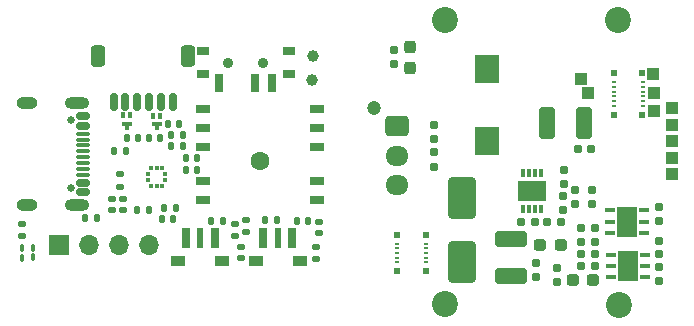
<source format=gbr>
%TF.GenerationSoftware,KiCad,Pcbnew,8.0.5*%
%TF.CreationDate,2025-02-13T02:53:00+01:00*%
%TF.ProjectId,cansatperso,63616e73-6174-4706-9572-736f2e6b6963,rev?*%
%TF.SameCoordinates,Original*%
%TF.FileFunction,Soldermask,Bot*%
%TF.FilePolarity,Negative*%
%FSLAX46Y46*%
G04 Gerber Fmt 4.6, Leading zero omitted, Abs format (unit mm)*
G04 Created by KiCad (PCBNEW 8.0.5) date 2025-02-13 02:53:00*
%MOMM*%
%LPD*%
G01*
G04 APERTURE LIST*
G04 Aperture macros list*
%AMRoundRect*
0 Rectangle with rounded corners*
0 $1 Rounding radius*
0 $2 $3 $4 $5 $6 $7 $8 $9 X,Y pos of 4 corners*
0 Add a 4 corners polygon primitive as box body*
4,1,4,$2,$3,$4,$5,$6,$7,$8,$9,$2,$3,0*
0 Add four circle primitives for the rounded corners*
1,1,$1+$1,$2,$3*
1,1,$1+$1,$4,$5*
1,1,$1+$1,$6,$7*
1,1,$1+$1,$8,$9*
0 Add four rect primitives between the rounded corners*
20,1,$1+$1,$2,$3,$4,$5,0*
20,1,$1+$1,$4,$5,$6,$7,0*
20,1,$1+$1,$6,$7,$8,$9,0*
20,1,$1+$1,$8,$9,$2,$3,0*%
G04 Aperture macros list end*
%ADD10C,1.000000*%
%ADD11R,1.000000X1.000000*%
%ADD12C,2.200000*%
%ADD13C,1.200000*%
%ADD14RoundRect,0.250000X-0.725000X0.600000X-0.725000X-0.600000X0.725000X-0.600000X0.725000X0.600000X0*%
%ADD15O,1.950000X1.700000*%
%ADD16R,1.700000X1.700000*%
%ADD17O,1.700000X1.700000*%
%ADD18RoundRect,0.155000X0.155000X-0.212500X0.155000X0.212500X-0.155000X0.212500X-0.155000X-0.212500X0*%
%ADD19RoundRect,0.135000X0.135000X0.185000X-0.135000X0.185000X-0.135000X-0.185000X0.135000X-0.185000X0*%
%ADD20RoundRect,0.155000X0.212500X0.155000X-0.212500X0.155000X-0.212500X-0.155000X0.212500X-0.155000X0*%
%ADD21RoundRect,0.160000X-0.160000X0.197500X-0.160000X-0.197500X0.160000X-0.197500X0.160000X0.197500X0*%
%ADD22RoundRect,0.155000X-0.155000X0.212500X-0.155000X-0.212500X0.155000X-0.212500X0.155000X0.212500X0*%
%ADD23RoundRect,0.140000X-0.140000X-0.170000X0.140000X-0.170000X0.140000X0.170000X-0.140000X0.170000X0*%
%ADD24RoundRect,0.140000X0.140000X0.170000X-0.140000X0.170000X-0.140000X-0.170000X0.140000X-0.170000X0*%
%ADD25RoundRect,0.160000X-0.197500X-0.160000X0.197500X-0.160000X0.197500X0.160000X-0.197500X0.160000X0*%
%ADD26R,0.750000X1.800000*%
%ADD27R,0.600000X1.800000*%
%ADD28R,1.300000X0.900000*%
%ADD29R,2.050000X2.450000*%
%ADD30RoundRect,0.135000X-0.185000X0.135000X-0.185000X-0.135000X0.185000X-0.135000X0.185000X0.135000X0*%
%ADD31C,1.600000*%
%ADD32R,1.200000X0.800000*%
%ADD33RoundRect,0.250000X-0.412500X-1.100000X0.412500X-1.100000X0.412500X1.100000X-0.412500X1.100000X0*%
%ADD34RoundRect,0.155000X-0.212500X-0.155000X0.212500X-0.155000X0.212500X0.155000X-0.212500X0.155000X0*%
%ADD35RoundRect,0.160000X0.160000X-0.197500X0.160000X0.197500X-0.160000X0.197500X-0.160000X-0.197500X0*%
%ADD36RoundRect,0.140000X-0.170000X0.140000X-0.170000X-0.140000X0.170000X-0.140000X0.170000X0.140000X0*%
%ADD37RoundRect,0.150000X-0.150000X-0.625000X0.150000X-0.625000X0.150000X0.625000X-0.150000X0.625000X0*%
%ADD38RoundRect,0.250000X-0.350000X-0.650000X0.350000X-0.650000X0.350000X0.650000X-0.350000X0.650000X0*%
%ADD39R,0.450000X0.240000*%
%ADD40R,0.470000X0.500000*%
%ADD41R,0.350000X0.500000*%
%ADD42R,0.900000X0.440000*%
%ADD43R,0.300000X0.340000*%
%ADD44R,0.850000X0.300000*%
%ADD45R,1.700000X2.500000*%
%ADD46RoundRect,0.237500X0.237500X-0.287500X0.237500X0.287500X-0.237500X0.287500X-0.237500X-0.287500X0*%
%ADD47RoundRect,0.250000X-1.100000X0.412500X-1.100000X-0.412500X1.100000X-0.412500X1.100000X0.412500X0*%
%ADD48RoundRect,0.135000X-0.135000X-0.185000X0.135000X-0.185000X0.135000X0.185000X-0.135000X0.185000X0*%
%ADD49C,0.650000*%
%ADD50RoundRect,0.150000X0.425000X-0.150000X0.425000X0.150000X-0.425000X0.150000X-0.425000X-0.150000X0*%
%ADD51RoundRect,0.075000X0.500000X-0.075000X0.500000X0.075000X-0.500000X0.075000X-0.500000X-0.075000X0*%
%ADD52O,1.800000X1.000000*%
%ADD53O,2.100000X1.000000*%
%ADD54RoundRect,0.140000X0.170000X-0.140000X0.170000X0.140000X-0.170000X0.140000X-0.170000X-0.140000X0*%
%ADD55RoundRect,0.100000X0.100000X-0.217500X0.100000X0.217500X-0.100000X0.217500X-0.100000X-0.217500X0*%
%ADD56R,0.325000X0.300000*%
%ADD57R,0.300000X0.325000*%
%ADD58RoundRect,0.237500X-0.287500X-0.237500X0.287500X-0.237500X0.287500X0.237500X-0.287500X0.237500X0*%
%ADD59RoundRect,0.250000X-0.900000X1.500000X-0.900000X-1.500000X0.900000X-1.500000X0.900000X1.500000X0*%
%ADD60C,0.900000*%
%ADD61R,0.700000X1.600000*%
%ADD62R,0.700000X1.500000*%
%ADD63R,1.000000X0.800000*%
%ADD64R,0.300000X0.800000*%
%ADD65R,2.480000X1.750000*%
%ADD66RoundRect,0.135000X0.185000X-0.135000X0.185000X0.135000X-0.185000X0.135000X-0.185000X-0.135000X0*%
G04 APERTURE END LIST*
D10*
%TO.C,TP1*%
X165290000Y-74530000D03*
%TD*%
D11*
%TO.C,*%
X194180000Y-79140000D03*
%TD*%
%TO.C,*%
X194150000Y-77610000D03*
%TD*%
D12*
%TO.C,H1*%
X176440000Y-95500000D03*
%TD*%
D13*
%TO.C,J1*%
X170420000Y-78850000D03*
D14*
X172420000Y-80450000D03*
D15*
X172420000Y-82950000D03*
X172420000Y-85450000D03*
%TD*%
D10*
%TO.C,TP2*%
X165250000Y-76550000D03*
%TD*%
D11*
%TO.C,*%
X188590000Y-77650000D03*
%TD*%
%TO.C,*%
X187960000Y-76430000D03*
%TD*%
D12*
%TO.C,H2*%
X191170000Y-95590000D03*
%TD*%
%TO.C,H4*%
X191140000Y-71470000D03*
%TD*%
%TO.C,H3*%
X176450000Y-71450000D03*
%TD*%
D16*
%TO.C,J3*%
X143770000Y-90515000D03*
D17*
X146310000Y-90515000D03*
X148850000Y-90515000D03*
X151390000Y-90515000D03*
%TD*%
D18*
%TO.C,C19*%
X194630000Y-88437500D03*
X194630000Y-87302500D03*
%TD*%
D19*
%TO.C,R10*%
X162250000Y-88390000D03*
X161230000Y-88390000D03*
%TD*%
D20*
%TO.C,C21*%
X189145000Y-92250000D03*
X188010000Y-92250000D03*
%TD*%
D21*
%TO.C,R16*%
X186500000Y-86352500D03*
X186500000Y-87547500D03*
%TD*%
D22*
%TO.C,C27*%
X187480000Y-85842500D03*
X187480000Y-86977500D03*
%TD*%
D11*
%TO.C,*%
X194120000Y-75980000D03*
%TD*%
D23*
%TO.C,C12*%
X151410000Y-81440000D03*
X152370000Y-81440000D03*
%TD*%
D24*
%TO.C,C10*%
X164870000Y-88460000D03*
X163910000Y-88460000D03*
%TD*%
D25*
%TO.C,R15*%
X185132500Y-88570000D03*
X186327500Y-88570000D03*
%TD*%
D26*
%TO.C,S1*%
X163530000Y-89910000D03*
D27*
X162305000Y-89910000D03*
D26*
X161080000Y-89910000D03*
D28*
X164155000Y-91860000D03*
X160455000Y-91860000D03*
%TD*%
D29*
%TO.C,L2*%
X180060000Y-81670000D03*
X180060000Y-75570000D03*
%TD*%
D30*
%TO.C,R7*%
X165580000Y-90680000D03*
X165580000Y-91700000D03*
%TD*%
%TO.C,R1*%
X140630000Y-88730000D03*
X140630000Y-89750000D03*
%TD*%
D31*
%TO.C,PA1010D1*%
X160810000Y-83350000D03*
D32*
X155960000Y-86700000D03*
X155960000Y-85100000D03*
X155960000Y-82200000D03*
X155960000Y-80600000D03*
X155960000Y-79000000D03*
X165660000Y-79000000D03*
X165660000Y-80600000D03*
X165660000Y-82200000D03*
X165660000Y-85100000D03*
X165660000Y-86700000D03*
%TD*%
D33*
%TO.C,C29*%
X185117500Y-80200000D03*
X188242500Y-80200000D03*
%TD*%
D34*
%TO.C,C28*%
X187722500Y-82380000D03*
X188857500Y-82380000D03*
%TD*%
D35*
%TO.C,R11*%
X184200000Y-93207500D03*
X184200000Y-92012500D03*
%TD*%
D36*
%TO.C,C7*%
X159220000Y-90660000D03*
X159220000Y-91620000D03*
%TD*%
D37*
%TO.C,J1*%
X148410000Y-78360000D03*
X149410000Y-78360000D03*
X150410000Y-78360000D03*
X151410000Y-78360000D03*
X152410000Y-78360000D03*
X153410000Y-78360000D03*
D38*
X147110000Y-74485000D03*
X154710000Y-74485000D03*
%TD*%
D39*
%TO.C,J5*%
X193200000Y-76700000D03*
X190750000Y-76700000D03*
X193200000Y-77100000D03*
X190750000Y-77100000D03*
X193200000Y-77500000D03*
X190750000Y-77500000D03*
X193200000Y-77900000D03*
X190750000Y-77900000D03*
X193200000Y-78300000D03*
X190750000Y-78300000D03*
X193200000Y-78700000D03*
X190750000Y-78700000D03*
D40*
X193170000Y-75950000D03*
X190780000Y-75950000D03*
X190780000Y-79450000D03*
X193170000Y-79450000D03*
%TD*%
D11*
%TO.C,*%
X195700000Y-83100000D03*
%TD*%
D24*
%TO.C,C2*%
X153480000Y-88330000D03*
X152520000Y-88330000D03*
%TD*%
D34*
%TO.C,C25*%
X182932500Y-88530000D03*
X184067500Y-88530000D03*
%TD*%
D41*
%TO.C,D4*%
X151725000Y-79530000D03*
X152375000Y-79530000D03*
D42*
X152050000Y-80220000D03*
D43*
X152050000Y-80610000D03*
%TD*%
D44*
%TO.C,IC5*%
X193400000Y-91320000D03*
X193400000Y-92270000D03*
X193400000Y-93220000D03*
X190500000Y-93220000D03*
X190500000Y-92270000D03*
X190500000Y-91320000D03*
D45*
X191950000Y-92270000D03*
%TD*%
D21*
%TO.C,R22*%
X175510000Y-80332500D03*
X175510000Y-81527500D03*
%TD*%
D19*
%TO.C,R25*%
X149460000Y-82500000D03*
X148440000Y-82500000D03*
%TD*%
%TO.C,R2*%
X147000000Y-88230000D03*
X145980000Y-88230000D03*
%TD*%
D21*
%TO.C,R4*%
X185960000Y-92470000D03*
X185960000Y-93665000D03*
%TD*%
D46*
%TO.C,D1*%
X173470000Y-75475000D03*
X173470000Y-73725000D03*
%TD*%
D23*
%TO.C,C14*%
X154520000Y-83130000D03*
X155480000Y-83130000D03*
%TD*%
D47*
%TO.C,C24*%
X182080000Y-89967500D03*
X182080000Y-93092500D03*
%TD*%
D48*
%TO.C,R20*%
X153260000Y-81190000D03*
X154280000Y-81190000D03*
%TD*%
%TO.C,R19*%
X153240000Y-82150000D03*
X154260000Y-82150000D03*
%TD*%
D21*
%TO.C,R3*%
X172180000Y-73982500D03*
X172180000Y-75177500D03*
%TD*%
D19*
%TO.C,R8*%
X157700000Y-88470000D03*
X156680000Y-88470000D03*
%TD*%
D11*
%TO.C,*%
X195700000Y-84500000D03*
%TD*%
D23*
%TO.C,C13*%
X149550000Y-81450000D03*
X150510000Y-81450000D03*
%TD*%
D30*
%TO.C,R13*%
X159630000Y-88340000D03*
X159630000Y-89360000D03*
%TD*%
D49*
%TO.C,J4*%
X144775000Y-85700000D03*
X144775000Y-79920000D03*
D50*
X145850000Y-86010000D03*
X145850000Y-85210000D03*
D51*
X145850000Y-84060000D03*
X145850000Y-83060000D03*
X145850000Y-82560000D03*
X145850000Y-81560000D03*
D50*
X145850000Y-80410000D03*
X145850000Y-79610000D03*
X145850000Y-79610000D03*
X145850000Y-80410000D03*
D51*
X145850000Y-81060000D03*
X145850000Y-82060000D03*
X145850000Y-83560000D03*
X145850000Y-84560000D03*
D50*
X145850000Y-85210000D03*
X145850000Y-86010000D03*
D52*
X141095000Y-87130000D03*
D53*
X145275000Y-87130000D03*
D52*
X141095000Y-78490000D03*
D53*
X145275000Y-78490000D03*
%TD*%
D19*
%TO.C,R23*%
X153670000Y-87340000D03*
X152650000Y-87340000D03*
%TD*%
D11*
%TO.C,7*%
X195700000Y-80300000D03*
%TD*%
D54*
%TO.C,C24*%
X148240000Y-87560000D03*
X148240000Y-86600000D03*
%TD*%
D11*
%TO.C,*%
X195700000Y-78890000D03*
%TD*%
%TO.C,*%
X195700000Y-81690000D03*
%TD*%
D54*
%TO.C,C22*%
X149200000Y-87570000D03*
X149200000Y-86610000D03*
%TD*%
D22*
%TO.C,C20*%
X194580000Y-90132500D03*
X194580000Y-91267500D03*
%TD*%
D55*
%TO.C,D2*%
X140660000Y-91567500D03*
X140660000Y-90752500D03*
%TD*%
D26*
%TO.C,S2*%
X156975000Y-89895000D03*
D27*
X155750000Y-89895000D03*
D26*
X154525000Y-89895000D03*
D28*
X157600000Y-91845000D03*
X153900000Y-91845000D03*
%TD*%
D21*
%TO.C,R19*%
X187970000Y-89062500D03*
X187970000Y-90257500D03*
%TD*%
%TO.C,R21*%
X175510000Y-82650000D03*
X175510000Y-83845000D03*
%TD*%
D44*
%TO.C,IC2*%
X193310000Y-87570000D03*
X193310000Y-88520000D03*
X193310000Y-89470000D03*
X190410000Y-89470000D03*
X190410000Y-88520000D03*
X190410000Y-87570000D03*
D45*
X191860000Y-88520000D03*
%TD*%
D22*
%TO.C,C26*%
X186530000Y-84152500D03*
X186530000Y-85287500D03*
%TD*%
D19*
%TO.C,R22*%
X151380000Y-87510000D03*
X150360000Y-87510000D03*
%TD*%
D20*
%TO.C,C18*%
X189147500Y-91280000D03*
X188012500Y-91280000D03*
%TD*%
D23*
%TO.C,C19*%
X154540000Y-84100000D03*
X155500000Y-84100000D03*
%TD*%
D56*
%TO.C,U5*%
X152800000Y-84480000D03*
X152800000Y-84980000D03*
D57*
X152550000Y-85505000D03*
X152050000Y-85505000D03*
X151550000Y-85505000D03*
D56*
X151300000Y-84980000D03*
X151300000Y-84480000D03*
D57*
X151550000Y-83955000D03*
X152050000Y-83955000D03*
X152550000Y-83955000D03*
%TD*%
D58*
%TO.C,D5*%
X184550000Y-90470000D03*
X186300000Y-90470000D03*
%TD*%
D21*
%TO.C,R17*%
X188890000Y-85822500D03*
X188890000Y-87017500D03*
%TD*%
D59*
%TO.C,D2*%
X177930000Y-86510000D03*
X177930000Y-91910000D03*
%TD*%
D39*
%TO.C,J4*%
X174860000Y-91970000D03*
X174860000Y-91570000D03*
X174860000Y-91170000D03*
X174860000Y-90770000D03*
X174860000Y-90370000D03*
X172410000Y-91970000D03*
X172410000Y-91570000D03*
X172410000Y-91170000D03*
X172410000Y-90770000D03*
X172410000Y-90370000D03*
D40*
X174830000Y-92720000D03*
X174830000Y-89620000D03*
X172440000Y-92720000D03*
X172440000Y-89620000D03*
%TD*%
D60*
%TO.C,SW1*%
X158095000Y-75062500D03*
X161095000Y-75062500D03*
D61*
X161845000Y-76812500D03*
D62*
X160345000Y-76812500D03*
X157345000Y-76812500D03*
D63*
X155945000Y-74097500D03*
X155945000Y-76027500D03*
X163245000Y-74097500D03*
X163245000Y-76027500D03*
%TD*%
D35*
%TO.C,R1*%
X194580000Y-93537500D03*
X194580000Y-92342500D03*
%TD*%
D58*
%TO.C,D4*%
X187275000Y-93480000D03*
X189025000Y-93480000D03*
%TD*%
D41*
%TO.C,D5*%
X149185000Y-79520000D03*
X149835000Y-79520000D03*
D42*
X149510000Y-80210000D03*
D43*
X149510000Y-80600000D03*
%TD*%
D35*
%TO.C,R18*%
X189150000Y-90267500D03*
X189150000Y-89072500D03*
%TD*%
D64*
%TO.C,IC3*%
X183090000Y-84410000D03*
X183590000Y-84410000D03*
X184090000Y-84410000D03*
X184590000Y-84410000D03*
X184590000Y-87410000D03*
X184090000Y-87410000D03*
X183590000Y-87410000D03*
X183090000Y-87410000D03*
D65*
X183840000Y-85910000D03*
%TD*%
D66*
%TO.C,R9*%
X158670000Y-89750000D03*
X158670000Y-88730000D03*
%TD*%
D55*
%TO.C,D3*%
X141610000Y-91537500D03*
X141610000Y-90722500D03*
%TD*%
D66*
%TO.C,R24*%
X148920000Y-85540000D03*
X148920000Y-84520000D03*
%TD*%
D24*
%TO.C,C25*%
X153960000Y-80230000D03*
X153000000Y-80230000D03*
%TD*%
D36*
%TO.C,C11*%
X165820000Y-88520000D03*
X165820000Y-89480000D03*
%TD*%
M02*

</source>
